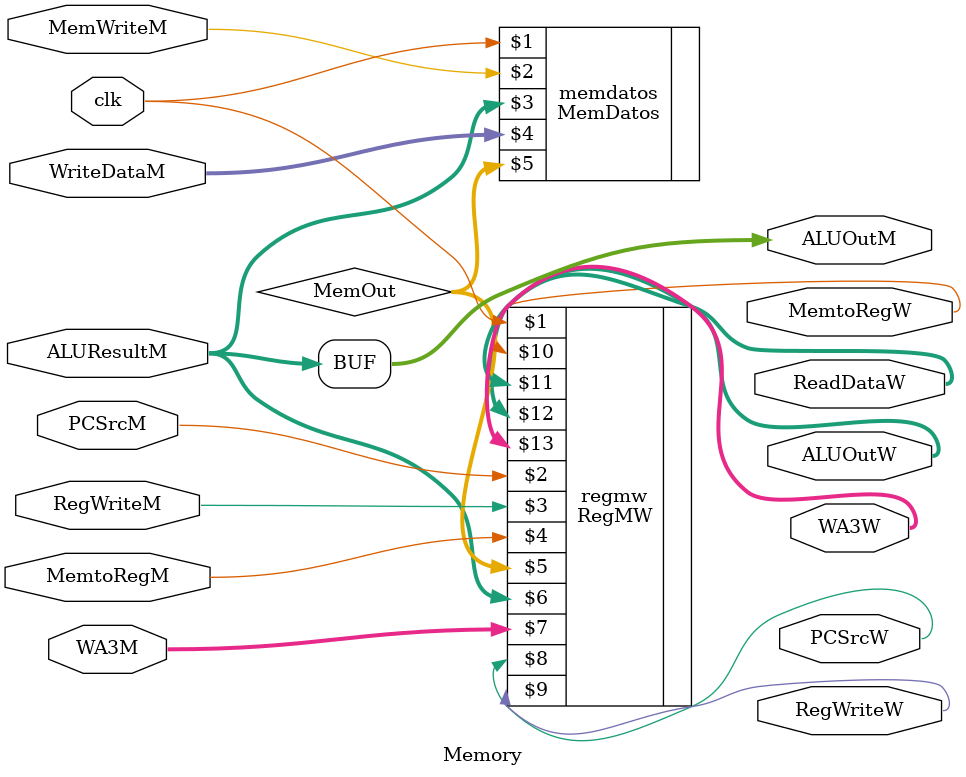
<source format=sv>
module Memory (input logic clk,
					input logic PCSrcM, RegWriteM, MemtoRegM, MemWriteM,
					input logic [31:0] ALUResultM, WriteDataM,
					input logic [3:0] WA3M,
					output logic PCSrcW, RegWriteW, MemtoRegW,
					output logic [31:0] ReadDataW, ALUOutW, ALUOutM,
					output logic [3:0] WA3W);

	logic [31:0] MemOut;
	
	MemDatos memdatos (clk, MemWriteM, ALUResultM, WriteDataM, MemOut);
	
	//registro de Mem-WB
	
	RegMW regmw(clk,
					PCSrcM, RegWriteM, MemtoRegM,
					MemOut, ALUResultM,
					WA3M,
					PCSrcW, RegWriteW, MemtoRegW,
					ReadDataW, ALUOutW,
					WA3W);
					
	assign ALUOutM = ALUResultM;

endmodule 
</source>
